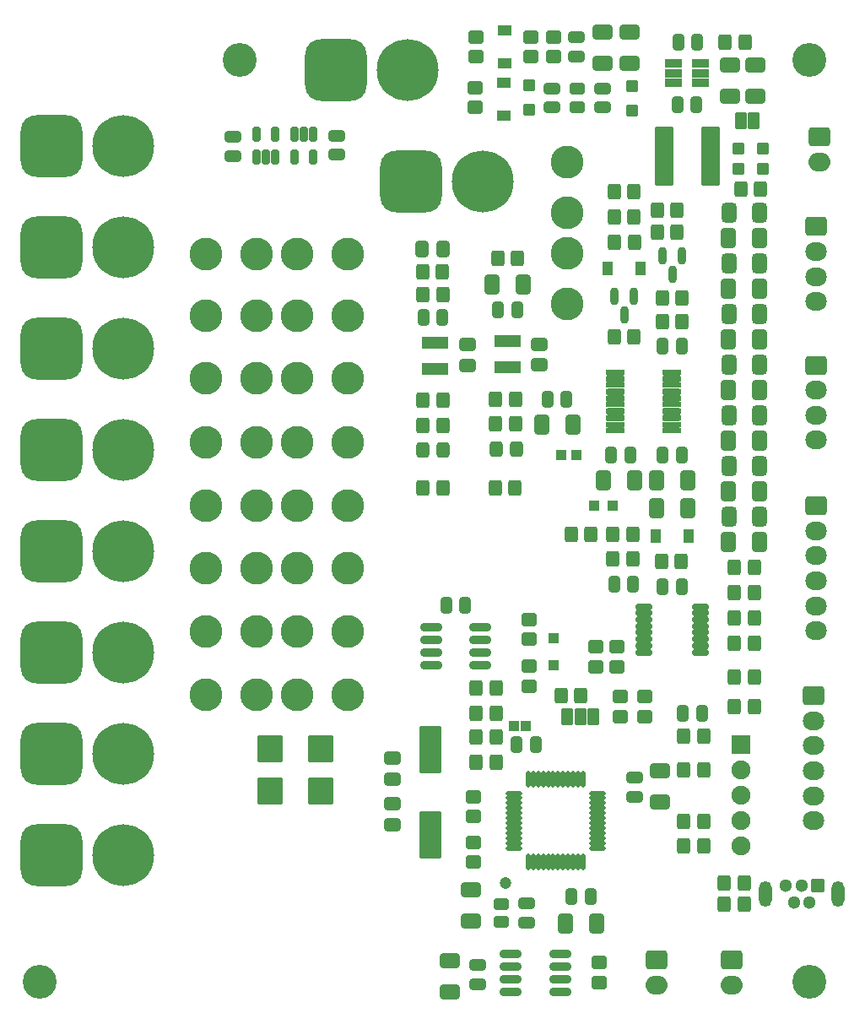
<source format=gts>
%TF.GenerationSoftware,KiCad,Pcbnew,6.0.11+dfsg-1*%
%TF.CreationDate,2025-03-20T10:49:09-04:00*%
%TF.ProjectId,battery-board,62617474-6572-4792-9d62-6f6172642e6b,rev?*%
%TF.SameCoordinates,Original*%
%TF.FileFunction,Soldermask,Top*%
%TF.FilePolarity,Negative*%
%FSLAX46Y46*%
G04 Gerber Fmt 4.6, Leading zero omitted, Abs format (unit mm)*
G04 Created by KiCad (PCBNEW 6.0.11+dfsg-1) date 2025-03-20 10:49:09*
%MOMM*%
%LPD*%
G01*
G04 APERTURE LIST*
G04 Aperture macros list*
%AMRoundRect*
0 Rectangle with rounded corners*
0 $1 Rounding radius*
0 $2 $3 $4 $5 $6 $7 $8 $9 X,Y pos of 4 corners*
0 Add a 4 corners polygon primitive as box body*
4,1,4,$2,$3,$4,$5,$6,$7,$8,$9,$2,$3,0*
0 Add four circle primitives for the rounded corners*
1,1,$1+$1,$2,$3*
1,1,$1+$1,$4,$5*
1,1,$1+$1,$6,$7*
1,1,$1+$1,$8,$9*
0 Add four rect primitives between the rounded corners*
20,1,$1+$1,$2,$3,$4,$5,0*
20,1,$1+$1,$4,$5,$6,$7,0*
20,1,$1+$1,$6,$7,$8,$9,0*
20,1,$1+$1,$8,$9,$2,$3,0*%
G04 Aperture macros list end*
%ADD10RoundRect,0.100000X-0.425000X-0.425000X0.425000X-0.425000X0.425000X0.425000X-0.425000X0.425000X0*%
%ADD11RoundRect,0.350000X0.350000X0.450000X-0.350000X0.450000X-0.350000X-0.450000X0.350000X-0.450000X0*%
%ADD12RoundRect,0.350000X-0.325000X-0.450000X0.325000X-0.450000X0.325000X0.450000X-0.325000X0.450000X0*%
%ADD13RoundRect,0.350000X0.650000X-0.412500X0.650000X0.412500X-0.650000X0.412500X-0.650000X-0.412500X0*%
%ADD14RoundRect,0.350000X-0.350000X-0.450000X0.350000X-0.450000X0.350000X0.450000X-0.350000X0.450000X0*%
%ADD15RoundRect,0.350000X0.250000X0.475000X-0.250000X0.475000X-0.250000X-0.475000X0.250000X-0.475000X0*%
%ADD16RoundRect,0.350000X-0.400000X-0.625000X0.400000X-0.625000X0.400000X0.625000X-0.400000X0.625000X0*%
%ADD17C,3.298800*%
%ADD18RoundRect,0.350000X-0.250000X-0.475000X0.250000X-0.475000X0.250000X0.475000X-0.250000X0.475000X0*%
%ADD19RoundRect,0.350000X0.475000X-0.250000X0.475000X0.250000X-0.475000X0.250000X-0.475000X-0.250000X0*%
%ADD20RoundRect,1.600000X-1.500000X-1.500000X1.500000X-1.500000X1.500000X1.500000X-1.500000X1.500000X0*%
%ADD21C,6.200000*%
%ADD22RoundRect,0.250000X-0.150000X0.587500X-0.150000X-0.587500X0.150000X-0.587500X0.150000X0.587500X0*%
%ADD23RoundRect,0.100000X-0.500000X0.500000X-0.500000X-0.500000X0.500000X-0.500000X0.500000X0.500000X0*%
%ADD24RoundRect,0.350000X-0.475000X0.250000X-0.475000X-0.250000X0.475000X-0.250000X0.475000X0.250000X0*%
%ADD25RoundRect,0.250000X-0.825000X-0.150000X0.825000X-0.150000X0.825000X0.150000X-0.825000X0.150000X0*%
%ADD26C,3.400000*%
%ADD27RoundRect,0.350000X0.412500X0.650000X-0.412500X0.650000X-0.412500X-0.650000X0.412500X-0.650000X0*%
%ADD28RoundRect,0.350000X0.450000X-0.350000X0.450000X0.350000X-0.450000X0.350000X-0.450000X-0.350000X0*%
%ADD29RoundRect,0.350000X-0.337500X-0.475000X0.337500X-0.475000X0.337500X0.475000X-0.337500X0.475000X0*%
%ADD30RoundRect,0.350000X-0.650000X0.412500X-0.650000X-0.412500X0.650000X-0.412500X0.650000X0.412500X0*%
%ADD31RoundRect,0.100000X0.500000X-0.500000X0.500000X0.500000X-0.500000X0.500000X-0.500000X-0.500000X0*%
%ADD32RoundRect,0.100000X-0.800000X-2.850000X0.800000X-2.850000X0.800000X2.850000X-0.800000X2.850000X0*%
%ADD33RoundRect,0.175000X-0.662500X-0.075000X0.662500X-0.075000X0.662500X0.075000X-0.662500X0.075000X0*%
%ADD34RoundRect,0.175000X-0.075000X-0.662500X0.075000X-0.662500X0.075000X0.662500X-0.075000X0.662500X0*%
%ADD35RoundRect,0.350000X-0.725000X0.600000X-0.725000X-0.600000X0.725000X-0.600000X0.725000X0.600000X0*%
%ADD36O,2.150000X1.900000*%
%ADD37RoundRect,0.100000X0.500000X0.500000X-0.500000X0.500000X-0.500000X-0.500000X0.500000X-0.500000X0*%
%ADD38C,1.200000*%
%ADD39RoundRect,0.250000X0.150000X-0.512500X0.150000X0.512500X-0.150000X0.512500X-0.150000X-0.512500X0*%
%ADD40RoundRect,0.350000X0.450000X-0.325000X0.450000X0.325000X-0.450000X0.325000X-0.450000X-0.325000X0*%
%ADD41RoundRect,0.350000X-0.750000X0.600000X-0.750000X-0.600000X0.750000X-0.600000X0.750000X0.600000X0*%
%ADD42O,2.200000X1.900000*%
%ADD43RoundRect,0.200000X-0.637500X-0.100000X0.637500X-0.100000X0.637500X0.100000X-0.637500X0.100000X0*%
%ADD44RoundRect,0.350000X-0.475000X0.337500X-0.475000X-0.337500X0.475000X-0.337500X0.475000X0.337500X0*%
%ADD45RoundRect,0.100000X0.600000X-0.450000X0.600000X0.450000X-0.600000X0.450000X-0.600000X-0.450000X0*%
%ADD46RoundRect,0.350000X-0.450000X0.262500X-0.450000X-0.262500X0.450000X-0.262500X0.450000X0.262500X0*%
%ADD47RoundRect,0.350000X-0.412500X-0.650000X0.412500X-0.650000X0.412500X0.650000X-0.412500X0.650000X0*%
%ADD48RoundRect,0.100000X0.224999X-0.525000X0.224999X0.525000X-0.224999X0.525000X-0.224999X-0.525000X0*%
%ADD49RoundRect,0.250000X-0.150000X0.512500X-0.150000X-0.512500X0.150000X-0.512500X0.150000X0.512500X0*%
%ADD50RoundRect,0.350000X-0.450000X0.350000X-0.450000X-0.350000X0.450000X-0.350000X0.450000X0.350000X0*%
%ADD51RoundRect,0.100000X0.780000X0.325000X-0.780000X0.325000X-0.780000X-0.325000X0.780000X-0.325000X0*%
%ADD52RoundRect,0.350000X0.450000X-0.262500X0.450000X0.262500X-0.450000X0.262500X-0.450000X-0.262500X0*%
%ADD53RoundRect,0.100000X0.550000X0.550000X-0.550000X0.550000X-0.550000X-0.550000X0.550000X-0.550000X0*%
%ADD54C,1.300000*%
%ADD55O,1.300000X2.600000*%
%ADD56RoundRect,0.100000X-0.850000X-0.850000X0.850000X-0.850000X0.850000X0.850000X-0.850000X0.850000X0*%
%ADD57O,1.900000X1.900000*%
%ADD58RoundRect,0.350000X0.475000X-0.337500X0.475000X0.337500X-0.475000X0.337500X-0.475000X-0.337500X0*%
%ADD59RoundRect,0.100000X-1.150000X1.250000X-1.150000X-1.250000X1.150000X-1.250000X1.150000X1.250000X0*%
%ADD60RoundRect,0.100000X-0.600000X0.450000X-0.600000X-0.450000X0.600000X-0.450000X0.600000X0.450000X0*%
%ADD61RoundRect,0.100000X0.450000X0.600000X-0.450000X0.600000X-0.450000X-0.600000X0.450000X-0.600000X0*%
%ADD62RoundRect,0.100000X0.425000X0.425000X-0.425000X0.425000X-0.425000X-0.425000X0.425000X-0.425000X0*%
%ADD63RoundRect,0.100000X-0.500000X-0.750000X0.500000X-0.750000X0.500000X0.750000X-0.500000X0.750000X0*%
%ADD64RoundRect,0.100000X-0.450000X-0.600000X0.450000X-0.600000X0.450000X0.600000X-0.450000X0.600000X0*%
%ADD65RoundRect,0.100000X-1.000000X2.250000X-1.000000X-2.250000X1.000000X-2.250000X1.000000X2.250000X0*%
%ADD66RoundRect,0.100000X0.838200X0.177800X-0.838200X0.177800X-0.838200X-0.177800X0.838200X-0.177800X0*%
G04 APERTURE END LIST*
D10*
%TO.C,TP3*%
X98552000Y-94742000D03*
%TD*%
D11*
%TO.C,C28*%
X90551000Y-120650000D03*
X88551000Y-120650000D03*
%TD*%
%TO.C,R32*%
X85149999Y-76376000D03*
X83149999Y-76376000D03*
%TD*%
D12*
%TO.C,D2*%
X90513999Y-94156000D03*
X92563999Y-94156000D03*
%TD*%
D13*
%TO.C,C12*%
X85852000Y-148628500D03*
X85852000Y-145503500D03*
%TD*%
D14*
%TO.C,R34*%
X90479872Y-89141000D03*
X92479872Y-89141000D03*
%TD*%
D15*
%TO.C,C49*%
X110714127Y-53395000D03*
X108814127Y-53395000D03*
%TD*%
D11*
%TO.C,R65*%
X115500000Y-53340000D03*
X113500000Y-53340000D03*
%TD*%
D16*
%TO.C,R49*%
X113884127Y-75555000D03*
X116984127Y-75555000D03*
%TD*%
%TO.C,R48*%
X113884127Y-80635000D03*
X116984127Y-80635000D03*
%TD*%
D17*
%TO.C,F7*%
X70523100Y-112458500D03*
X75603100Y-112458500D03*
X66459100Y-112458500D03*
X61379100Y-112458500D03*
%TD*%
D10*
%TO.C,TP7*%
X93472000Y-121920000D03*
%TD*%
D16*
%TO.C,R46*%
X113884127Y-90795000D03*
X116984127Y-90795000D03*
%TD*%
D18*
%TO.C,C13*%
X85521000Y-109875000D03*
X87421000Y-109875000D03*
%TD*%
D15*
%TO.C,C17*%
X104267000Y-107696000D03*
X102367000Y-107696000D03*
%TD*%
D17*
%TO.C,F5*%
X75603100Y-93472000D03*
X70523100Y-93472000D03*
X61379100Y-93472000D03*
X66459100Y-93472000D03*
%TD*%
D14*
%TO.C,R31*%
X83199871Y-89301000D03*
X85199871Y-89301000D03*
%TD*%
D18*
%TO.C,C18*%
X107254000Y-107950000D03*
X109154000Y-107950000D03*
%TD*%
D14*
%TO.C,R21*%
X114434127Y-106035000D03*
X116434127Y-106035000D03*
%TD*%
D11*
%TO.C,R9*%
X92684000Y-75086000D03*
X90684000Y-75086000D03*
%TD*%
D19*
%TO.C,C25*%
X64126127Y-64760000D03*
X64126127Y-62860000D03*
%TD*%
D20*
%TO.C,J18*%
X45930000Y-104394000D03*
D21*
X53130000Y-104394000D03*
%TD*%
D20*
%TO.C,J14*%
X45930000Y-94234000D03*
D21*
X53130000Y-94234000D03*
%TD*%
D22*
%TO.C,Q2*%
X104328000Y-78818500D03*
X102428000Y-78818500D03*
X103378000Y-80693500D03*
%TD*%
D23*
%TO.C,D29*%
X104159127Y-57760000D03*
X104159127Y-60260000D03*
%TD*%
D24*
%TO.C,C52*%
X96124127Y-58003748D03*
X96124127Y-59903748D03*
%TD*%
%TO.C,C15*%
X88644127Y-145917500D03*
X88644127Y-147817500D03*
%TD*%
D13*
%TO.C,C56*%
X116504127Y-58751000D03*
X116504127Y-55626000D03*
%TD*%
D11*
%TO.C,R29*%
X85199871Y-91841000D03*
X83199871Y-91841000D03*
%TD*%
D20*
%TO.C,J10*%
X82021191Y-67300000D03*
D21*
X89221191Y-67300000D03*
%TD*%
D25*
%TO.C,U2*%
X92004127Y-144770000D03*
X92004127Y-146040000D03*
X92004127Y-147310000D03*
X92004127Y-148580000D03*
X96954127Y-148580000D03*
X96954127Y-147310000D03*
X96954127Y-146040000D03*
X96954127Y-144770000D03*
%TD*%
D26*
%TO.C,H1*%
X64770000Y-55118000D03*
%TD*%
D10*
%TO.C,TP6*%
X100330000Y-99822000D03*
%TD*%
D27*
%TO.C,C42*%
X98209500Y-91694000D03*
X95084500Y-91694000D03*
%TD*%
D11*
%TO.C,R43*%
X109126000Y-105410000D03*
X107126000Y-105410000D03*
%TD*%
%TO.C,R40*%
X90551000Y-123063000D03*
X88551000Y-123063000D03*
%TD*%
D14*
%TO.C,R25*%
X114434127Y-117020000D03*
X116434127Y-117020000D03*
%TD*%
D28*
%TO.C,R13*%
X102616000Y-116000000D03*
X102616000Y-114000000D03*
%TD*%
D29*
%TO.C,C20*%
X83112499Y-74090000D03*
X85187499Y-74090000D03*
%TD*%
D17*
%TO.C,F6*%
X70523100Y-118808500D03*
X75603100Y-118808500D03*
X66459100Y-118808500D03*
X61379100Y-118808500D03*
%TD*%
D30*
%TO.C,C10*%
X88002127Y-138381500D03*
X88002127Y-141506500D03*
%TD*%
D10*
%TO.C,TP4*%
X97028000Y-94742000D03*
%TD*%
D11*
%TO.C,R17*%
X111354127Y-122936000D03*
X109354127Y-122936000D03*
%TD*%
D26*
%TO.C,H3*%
X121920000Y-55118000D03*
%TD*%
D17*
%TO.C,F9*%
X70523100Y-99822000D03*
X75603100Y-99822000D03*
X66459100Y-99822000D03*
X61379100Y-99822000D03*
%TD*%
D31*
%TO.C,D28*%
X93874627Y-60183748D03*
X93874627Y-57683748D03*
%TD*%
D11*
%TO.C,R37*%
X104378000Y-82931000D03*
X102378000Y-82931000D03*
%TD*%
D32*
%TO.C,L1*%
X107369127Y-64760000D03*
X112069127Y-64760000D03*
%TD*%
D33*
%TO.C,U1*%
X92348627Y-128685000D03*
X92348627Y-129185000D03*
X92348627Y-129685000D03*
X92348627Y-130185000D03*
X92348627Y-130685000D03*
X92348627Y-131185000D03*
X92348627Y-131685000D03*
X92348627Y-132185000D03*
X92348627Y-132685000D03*
X92348627Y-133185000D03*
X92348627Y-133685000D03*
X92348627Y-134185000D03*
D34*
X93761127Y-135597500D03*
X94261127Y-135597500D03*
X94761127Y-135597500D03*
X95261127Y-135597500D03*
X95761127Y-135597500D03*
X96261127Y-135597500D03*
X96761127Y-135597500D03*
X97261127Y-135597500D03*
X97761127Y-135597500D03*
X98261127Y-135597500D03*
X98761127Y-135597500D03*
X99261127Y-135597500D03*
D33*
X100673627Y-134185000D03*
X100673627Y-133685000D03*
X100673627Y-133185000D03*
X100673627Y-132685000D03*
X100673627Y-132185000D03*
X100673627Y-131685000D03*
X100673627Y-131185000D03*
X100673627Y-130685000D03*
X100673627Y-130185000D03*
X100673627Y-129685000D03*
X100673627Y-129185000D03*
X100673627Y-128685000D03*
D34*
X99261127Y-127272500D03*
X98761127Y-127272500D03*
X98261127Y-127272500D03*
X97761127Y-127272500D03*
X97261127Y-127272500D03*
X96761127Y-127272500D03*
X96261127Y-127272500D03*
X95761127Y-127272500D03*
X95261127Y-127272500D03*
X94761127Y-127272500D03*
X94261127Y-127272500D03*
X93761127Y-127272500D03*
%TD*%
D14*
%TO.C,R23*%
X114417063Y-111115000D03*
X116417063Y-111115000D03*
%TD*%
D35*
%TO.C,J4*%
X122629127Y-99885000D03*
D36*
X122629127Y-102385000D03*
X122629127Y-104885000D03*
X122629127Y-107385000D03*
X122629127Y-109885000D03*
X122629127Y-112385000D03*
%TD*%
D14*
%TO.C,R60*%
X102378000Y-70866000D03*
X104378000Y-70866000D03*
%TD*%
D20*
%TO.C,J17*%
X45930000Y-114554000D03*
D21*
X53130000Y-114554000D03*
%TD*%
D37*
%TO.C,D23*%
X117328000Y-66040000D03*
X114828000Y-66040000D03*
%TD*%
D38*
%TO.C,TP11*%
X91440000Y-137668000D03*
%TD*%
D16*
%TO.C,R44*%
X113884127Y-100955000D03*
X116984127Y-100955000D03*
%TD*%
D39*
%TO.C,U7*%
X66478127Y-64881500D03*
X67428127Y-64881500D03*
X68378127Y-64881500D03*
X68378127Y-62606500D03*
X66478127Y-62606500D03*
%TD*%
D10*
%TO.C,TP8*%
X92322000Y-121920000D03*
%TD*%
D18*
%TO.C,C4*%
X83265999Y-80948000D03*
X85165999Y-80948000D03*
%TD*%
D11*
%TO.C,R10*%
X109204000Y-78994000D03*
X107204000Y-78994000D03*
%TD*%
D40*
%TO.C,D4*%
X105410000Y-121025000D03*
X105410000Y-118975000D03*
%TD*%
D41*
%TO.C,J19*%
X106654127Y-145405000D03*
D42*
X106654127Y-147905000D03*
%TD*%
D26*
%TO.C,H2*%
X121920000Y-147574000D03*
%TD*%
D11*
%TO.C,R2*%
X99044000Y-118872000D03*
X97044000Y-118872000D03*
%TD*%
D13*
%TO.C,C48*%
X103884127Y-55492500D03*
X103884127Y-52367500D03*
%TD*%
D11*
%TO.C,R20*%
X115434127Y-139817000D03*
X113434127Y-139817000D03*
%TD*%
D27*
%TO.C,C29*%
X109766500Y-97282000D03*
X106641500Y-97282000D03*
%TD*%
D24*
%TO.C,C26*%
X74540127Y-62728000D03*
X74540127Y-64628000D03*
%TD*%
D11*
%TO.C,R42*%
X117078000Y-68072000D03*
X115078000Y-68072000D03*
%TD*%
D17*
%TO.C,F8*%
X70523100Y-106108500D03*
X75603100Y-106108500D03*
X66459100Y-106108500D03*
X61379100Y-106108500D03*
%TD*%
D35*
%TO.C,J6*%
X122666227Y-85775000D03*
D36*
X122666227Y-88275000D03*
X122666227Y-90775000D03*
X122666227Y-93275000D03*
%TD*%
D11*
%TO.C,R14*%
X111354127Y-133975000D03*
X109354127Y-133975000D03*
%TD*%
D43*
%TO.C,U4*%
X105341500Y-109993000D03*
X105341500Y-110643000D03*
X105341500Y-111293000D03*
X105341500Y-111943000D03*
X105341500Y-112593000D03*
X105341500Y-113243000D03*
X105341500Y-113893000D03*
X105341500Y-114543000D03*
X111066500Y-114543000D03*
X111066500Y-113893000D03*
X111066500Y-113243000D03*
X111066500Y-112593000D03*
X111066500Y-111943000D03*
X111066500Y-111293000D03*
X111066500Y-110643000D03*
X111066500Y-109993000D03*
%TD*%
D20*
%TO.C,J11*%
X45930000Y-63754000D03*
D21*
X53130000Y-63754000D03*
%TD*%
D44*
%TO.C,C22*%
X94869000Y-83664500D03*
X94869000Y-85739500D03*
%TD*%
D45*
%TO.C,D27*%
X91344627Y-60720000D03*
X91344627Y-57420000D03*
%TD*%
D15*
%TO.C,C6*%
X94500000Y-123825000D03*
X92600000Y-123825000D03*
%TD*%
D11*
%TO.C,R27*%
X104251000Y-105156000D03*
X102251000Y-105156000D03*
%TD*%
%TO.C,R28*%
X108696000Y-70231000D03*
X106696000Y-70231000D03*
%TD*%
D18*
%TO.C,C35*%
X107254000Y-94742000D03*
X109154000Y-94742000D03*
%TD*%
D27*
%TO.C,C31*%
X109766500Y-100076000D03*
X106641500Y-100076000D03*
%TD*%
D14*
%TO.C,R38*%
X107204000Y-81407000D03*
X109204000Y-81407000D03*
%TD*%
D16*
%TO.C,R50*%
X113884127Y-70475000D03*
X116984127Y-70475000D03*
%TD*%
D18*
%TO.C,C5*%
X98101127Y-139055000D03*
X100001127Y-139055000D03*
%TD*%
D46*
%TO.C,FB1*%
X98664127Y-58041248D03*
X98664127Y-59866248D03*
%TD*%
D11*
%TO.C,R59*%
X104378000Y-68326000D03*
X102378000Y-68326000D03*
%TD*%
D47*
%TO.C,C30*%
X113871627Y-103495000D03*
X116996627Y-103495000D03*
%TD*%
D28*
%TO.C,R51*%
X88504127Y-54848000D03*
X88504127Y-52848000D03*
%TD*%
D47*
%TO.C,C38*%
X113871627Y-73015000D03*
X116996627Y-73015000D03*
%TD*%
D22*
%TO.C,Q1*%
X109154000Y-74754500D03*
X107254000Y-74754500D03*
X108204000Y-76629500D03*
%TD*%
D28*
%TO.C,R12*%
X100500000Y-116000000D03*
X100500000Y-114000000D03*
%TD*%
D44*
%TO.C,C2*%
X80128127Y-129741000D03*
X80128127Y-131816000D03*
%TD*%
D20*
%TO.C,J12*%
X45930000Y-73914000D03*
D21*
X53130000Y-73914000D03*
%TD*%
D41*
%TO.C,J8*%
X122944127Y-62875000D03*
D42*
X122944127Y-65375000D03*
%TD*%
D14*
%TO.C,R22*%
X114434127Y-108575000D03*
X116434127Y-108575000D03*
%TD*%
D24*
%TO.C,C59*%
X93590127Y-139756000D03*
X93590127Y-141656000D03*
%TD*%
D47*
%TO.C,C41*%
X101307500Y-97282000D03*
X104432500Y-97282000D03*
%TD*%
D48*
%TO.C,U5*%
X83429000Y-86121000D03*
X84078998Y-86121000D03*
X84729000Y-86121000D03*
X85378998Y-86121000D03*
X85378998Y-83521000D03*
X84729000Y-83521000D03*
X84078998Y-83521000D03*
X83429000Y-83521000D03*
%TD*%
D49*
%TO.C,U8*%
X72188127Y-62606500D03*
X71238127Y-62606500D03*
X70288127Y-62606500D03*
X70288127Y-64881500D03*
X72188127Y-64881500D03*
%TD*%
D28*
%TO.C,C11*%
X88256127Y-135610000D03*
X88256127Y-133610000D03*
%TD*%
D37*
%TO.C,D24*%
X117328000Y-64008000D03*
X114828000Y-64008000D03*
%TD*%
D11*
%TO.C,R33*%
X92479872Y-91661000D03*
X90479872Y-91661000D03*
%TD*%
D19*
%TO.C,C7*%
X104394000Y-129032000D03*
X104394000Y-127132000D03*
%TD*%
D25*
%TO.C,U3*%
X83996000Y-112034000D03*
X83996000Y-113304000D03*
X83996000Y-114574000D03*
X83996000Y-115844000D03*
X88946000Y-115844000D03*
X88946000Y-114574000D03*
X88946000Y-113304000D03*
X88946000Y-112034000D03*
%TD*%
D50*
%TO.C,R52*%
X93980000Y-52848000D03*
X93980000Y-54848000D03*
%TD*%
D14*
%TO.C,R24*%
X114434127Y-113655000D03*
X116434127Y-113655000D03*
%TD*%
D51*
%TO.C,U10*%
X111034127Y-57420000D03*
X111034127Y-56470000D03*
X111034127Y-55520000D03*
X108334127Y-55520000D03*
X108334127Y-56470000D03*
X108334127Y-57420000D03*
%TD*%
D20*
%TO.C,J13*%
X45930000Y-84074000D03*
D21*
X53130000Y-84074000D03*
%TD*%
D47*
%TO.C,C36*%
X113811627Y-83175000D03*
X116936627Y-83175000D03*
%TD*%
D14*
%TO.C,R54*%
X102394000Y-73406000D03*
X104394000Y-73406000D03*
%TD*%
D27*
%TO.C,C23*%
X93246500Y-77646000D03*
X90121500Y-77646000D03*
%TD*%
D18*
%TO.C,C44*%
X95697000Y-89154000D03*
X97597000Y-89154000D03*
%TD*%
D12*
%TO.C,D1*%
X83174871Y-94234000D03*
X85224871Y-94234000D03*
%TD*%
D11*
%TO.C,R6*%
X104235000Y-102743000D03*
X102235000Y-102743000D03*
%TD*%
D52*
%TO.C,FB2*%
X91050127Y-141618500D03*
X91050127Y-139793500D03*
%TD*%
D17*
%TO.C,F1*%
X97654127Y-70512900D03*
X97654127Y-65432900D03*
X97654127Y-74576900D03*
X97654127Y-79656900D03*
%TD*%
%TO.C,F3*%
X70523100Y-80772000D03*
X75603100Y-80772000D03*
X66459100Y-80772000D03*
X61379100Y-80772000D03*
%TD*%
D15*
%TO.C,C40*%
X103986000Y-94742000D03*
X102086000Y-94742000D03*
%TD*%
D11*
%TO.C,R35*%
X108696000Y-72390000D03*
X106696000Y-72390000D03*
%TD*%
D15*
%TO.C,C14*%
X109154000Y-83820000D03*
X107254000Y-83820000D03*
%TD*%
D41*
%TO.C,J2*%
X114164127Y-145425000D03*
D42*
X114164127Y-147925000D03*
%TD*%
D30*
%TO.C,C9*%
X106934000Y-126415000D03*
X106934000Y-129540000D03*
%TD*%
D35*
%TO.C,J5*%
X122419127Y-118935000D03*
D36*
X122419127Y-121435000D03*
X122419127Y-123935000D03*
X122419127Y-126435000D03*
X122419127Y-128935000D03*
X122419127Y-131435000D03*
%TD*%
D24*
%TO.C,C16*%
X98552000Y-52898000D03*
X98552000Y-54798000D03*
%TD*%
D11*
%TO.C,R41*%
X90551000Y-118110000D03*
X88551000Y-118110000D03*
%TD*%
%TO.C,R5*%
X85201000Y-98044000D03*
X83201000Y-98044000D03*
%TD*%
D27*
%TO.C,C8*%
X100613627Y-141760000D03*
X97488627Y-141760000D03*
%TD*%
D53*
%TO.C,J3*%
X122800127Y-137912000D03*
D54*
X122000127Y-139662000D03*
X121200127Y-137912000D03*
X120400127Y-139662000D03*
X119600127Y-137912000D03*
D55*
X117550127Y-138787000D03*
X124850127Y-138787000D03*
%TD*%
D11*
%TO.C,R16*%
X111354127Y-126355000D03*
X109354127Y-126355000D03*
%TD*%
D47*
%TO.C,C37*%
X113871627Y-78095000D03*
X116996627Y-78095000D03*
%TD*%
D28*
%TO.C,R53*%
X96266000Y-54848000D03*
X96266000Y-52848000D03*
%TD*%
D56*
%TO.C,J1*%
X115062000Y-123820000D03*
D57*
X115062000Y-126360000D03*
X115062000Y-128900000D03*
X115062000Y-131440000D03*
X115062000Y-133980000D03*
%TD*%
D20*
%TO.C,J9*%
X74484127Y-56200000D03*
D21*
X81684127Y-56200000D03*
%TD*%
D11*
%TO.C,R15*%
X111354127Y-131500000D03*
X109354127Y-131500000D03*
%TD*%
D16*
%TO.C,R45*%
X113884127Y-95875000D03*
X116984127Y-95875000D03*
%TD*%
D50*
%TO.C,R3*%
X93853000Y-111268000D03*
X93853000Y-113268000D03*
%TD*%
%TO.C,R18*%
X100839127Y-145675000D03*
X100839127Y-147675000D03*
%TD*%
D18*
%TO.C,C21*%
X90734000Y-80186000D03*
X92634000Y-80186000D03*
%TD*%
D58*
%TO.C,C3*%
X80128127Y-127265500D03*
X80128127Y-125190500D03*
%TD*%
D24*
%TO.C,C53*%
X101204127Y-58003748D03*
X101204127Y-59903748D03*
%TD*%
D11*
%TO.C,C27*%
X90551000Y-125593000D03*
X88551000Y-125593000D03*
%TD*%
D59*
%TO.C,D19*%
X72898000Y-124206000D03*
X72898000Y-128506000D03*
%TD*%
D60*
%TO.C,D21*%
X91386000Y-52148000D03*
X91386000Y-55448000D03*
%TD*%
D61*
%TO.C,D25*%
X109854000Y-102870000D03*
X106554000Y-102870000D03*
%TD*%
D17*
%TO.C,F2*%
X75603100Y-74612500D03*
X70523100Y-74612500D03*
X61379100Y-74612500D03*
X66459100Y-74612500D03*
%TD*%
D62*
%TO.C,TP1*%
X96266000Y-113157000D03*
%TD*%
D63*
%TO.C,JP5*%
X115062000Y-61214000D03*
X116362000Y-61214000D03*
%TD*%
D47*
%TO.C,C32*%
X113811627Y-98415000D03*
X116936627Y-98415000D03*
%TD*%
D15*
%TO.C,C54*%
X110634127Y-59622500D03*
X108734127Y-59622500D03*
%TD*%
D64*
%TO.C,D35*%
X101744000Y-76046000D03*
X105044000Y-76046000D03*
%TD*%
D16*
%TO.C,R47*%
X113884127Y-85715000D03*
X116984127Y-85715000D03*
%TD*%
D59*
%TO.C,D20*%
X67818000Y-124206000D03*
X67818000Y-128506000D03*
%TD*%
D11*
%TO.C,R11*%
X92424000Y-98044000D03*
X90424000Y-98044000D03*
%TD*%
D20*
%TO.C,J16*%
X45930000Y-124714000D03*
D21*
X53130000Y-124714000D03*
%TD*%
D10*
%TO.C,TP2*%
X102235000Y-99822000D03*
%TD*%
D11*
%TO.C,R8*%
X85215999Y-78662000D03*
X83215999Y-78662000D03*
%TD*%
D50*
%TO.C,R57*%
X88256127Y-129038000D03*
X88256127Y-131038000D03*
%TD*%
D62*
%TO.C,TP5*%
X96266000Y-115824000D03*
%TD*%
D40*
%TO.C,D3*%
X103000000Y-121025000D03*
X103000000Y-118975000D03*
%TD*%
D14*
%TO.C,R7*%
X98060000Y-102743000D03*
X100060000Y-102743000D03*
%TD*%
D35*
%TO.C,J7*%
X122666227Y-71865000D03*
D36*
X122666227Y-74365000D03*
X122666227Y-76865000D03*
X122666227Y-79365000D03*
%TD*%
D28*
%TO.C,R1*%
X88392000Y-59928000D03*
X88392000Y-57928000D03*
%TD*%
D15*
%TO.C,C1*%
X111186000Y-120650000D03*
X109286000Y-120650000D03*
%TD*%
D20*
%TO.C,J15*%
X45930000Y-134874000D03*
D21*
X53130000Y-134874000D03*
%TD*%
D47*
%TO.C,C34*%
X113871627Y-88255000D03*
X116996627Y-88255000D03*
%TD*%
D13*
%TO.C,C57*%
X113964127Y-58751000D03*
X113964127Y-55626000D03*
%TD*%
D11*
%TO.C,R19*%
X115434127Y-137658000D03*
X113434127Y-137658000D03*
%TD*%
D17*
%TO.C,F4*%
X75603100Y-87058500D03*
X70523100Y-87058500D03*
X61379100Y-87058500D03*
X66459100Y-87058500D03*
%TD*%
D47*
%TO.C,C33*%
X113871627Y-93335000D03*
X116996627Y-93335000D03*
%TD*%
D13*
%TO.C,C47*%
X101219000Y-55492500D03*
X101219000Y-52367500D03*
%TD*%
D48*
%TO.C,U6*%
X90709001Y-85961000D03*
X91358999Y-85961000D03*
X92009001Y-85961000D03*
X92658999Y-85961000D03*
X92658999Y-83361000D03*
X92009001Y-83361000D03*
X91358999Y-83361000D03*
X90709001Y-83361000D03*
%TD*%
D65*
%TO.C,Y1*%
X83938127Y-124332000D03*
X83938127Y-132832000D03*
%TD*%
D14*
%TO.C,R26*%
X114434127Y-120005000D03*
X116434127Y-120005000D03*
%TD*%
D26*
%TO.C,H4*%
X44704000Y-147574000D03*
%TD*%
D44*
%TO.C,C19*%
X87630000Y-83702000D03*
X87630000Y-85777000D03*
%TD*%
D66*
%TO.C,U9*%
X108141400Y-92333000D03*
X108141400Y-91682999D03*
X108141400Y-91033001D03*
X108141400Y-90382999D03*
X108141400Y-89733001D03*
X108141400Y-89083002D03*
X108141400Y-88433001D03*
X108141400Y-87783002D03*
X108141400Y-87133001D03*
X108141400Y-86483002D03*
X102502600Y-86483000D03*
X102502600Y-87132998D03*
X102502600Y-87782999D03*
X102502600Y-88432998D03*
X102502600Y-89082999D03*
X102502600Y-89732998D03*
X102502600Y-90382999D03*
X102502600Y-91032998D03*
X102502600Y-91682999D03*
X102502600Y-92332998D03*
%TD*%
D63*
%TO.C,JP1*%
X97700000Y-121000000D03*
X99000000Y-121000000D03*
X100300000Y-121000000D03*
%TD*%
D28*
%TO.C,R4*%
X93853000Y-117967000D03*
X93853000Y-115967000D03*
%TD*%
G36*
X111781334Y-114176598D02*
G01*
X111781724Y-114178560D01*
X111781493Y-114179028D01*
X111761688Y-114208667D01*
X111768874Y-114244794D01*
X111780627Y-114256547D01*
X111781145Y-114258479D01*
X111779731Y-114259893D01*
X111778823Y-114259923D01*
X111703801Y-114245000D01*
X110429199Y-114245000D01*
X110353560Y-114260045D01*
X110351666Y-114259402D01*
X110351276Y-114257440D01*
X110351507Y-114256972D01*
X110371312Y-114227333D01*
X110364126Y-114191206D01*
X110352373Y-114179453D01*
X110351855Y-114177521D01*
X110353269Y-114176107D01*
X110354177Y-114176077D01*
X110429199Y-114191000D01*
X111703801Y-114191000D01*
X111779440Y-114175955D01*
X111781334Y-114176598D01*
G37*
G36*
X106056334Y-114176598D02*
G01*
X106056724Y-114178560D01*
X106056493Y-114179028D01*
X106036688Y-114208667D01*
X106043874Y-114244794D01*
X106055627Y-114256547D01*
X106056145Y-114258479D01*
X106054731Y-114259893D01*
X106053823Y-114259923D01*
X105978801Y-114245000D01*
X104704199Y-114245000D01*
X104628560Y-114260045D01*
X104626666Y-114259402D01*
X104626276Y-114257440D01*
X104626507Y-114256972D01*
X104646312Y-114227333D01*
X104639126Y-114191206D01*
X104627373Y-114179453D01*
X104626855Y-114177521D01*
X104628269Y-114176107D01*
X104629177Y-114176077D01*
X104704199Y-114191000D01*
X105978801Y-114191000D01*
X106054440Y-114175955D01*
X106056334Y-114176598D01*
G37*
G36*
X111781334Y-113526598D02*
G01*
X111781724Y-113528560D01*
X111781493Y-113529028D01*
X111761688Y-113558667D01*
X111768874Y-113594794D01*
X111780627Y-113606547D01*
X111781145Y-113608479D01*
X111779731Y-113609893D01*
X111778823Y-113609923D01*
X111703801Y-113595000D01*
X110429199Y-113595000D01*
X110353560Y-113610045D01*
X110351666Y-113609402D01*
X110351276Y-113607440D01*
X110351507Y-113606972D01*
X110371312Y-113577333D01*
X110364126Y-113541206D01*
X110352373Y-113529453D01*
X110351855Y-113527521D01*
X110353269Y-113526107D01*
X110354177Y-113526077D01*
X110429199Y-113541000D01*
X111703801Y-113541000D01*
X111779440Y-113525955D01*
X111781334Y-113526598D01*
G37*
G36*
X106056334Y-113526598D02*
G01*
X106056724Y-113528560D01*
X106056493Y-113529028D01*
X106036688Y-113558667D01*
X106043874Y-113594794D01*
X106055627Y-113606547D01*
X106056145Y-113608479D01*
X106054731Y-113609893D01*
X106053823Y-113609923D01*
X105978801Y-113595000D01*
X104704199Y-113595000D01*
X104628560Y-113610045D01*
X104626666Y-113609402D01*
X104626276Y-113607440D01*
X104626507Y-113606972D01*
X104646312Y-113577333D01*
X104639126Y-113541206D01*
X104627373Y-113529453D01*
X104626855Y-113527521D01*
X104628269Y-113526107D01*
X104629177Y-113526077D01*
X104704199Y-113541000D01*
X105978801Y-113541000D01*
X106054440Y-113525955D01*
X106056334Y-113526598D01*
G37*
G36*
X111781334Y-112876598D02*
G01*
X111781724Y-112878560D01*
X111781493Y-112879028D01*
X111761688Y-112908667D01*
X111768874Y-112944794D01*
X111780627Y-112956547D01*
X111781145Y-112958479D01*
X111779731Y-112959893D01*
X111778823Y-112959923D01*
X111703801Y-112945000D01*
X110429199Y-112945000D01*
X110353560Y-112960045D01*
X110351666Y-112959402D01*
X110351276Y-112957440D01*
X110351507Y-112956972D01*
X110371312Y-112927333D01*
X110364126Y-112891206D01*
X110352373Y-112879453D01*
X110351855Y-112877521D01*
X110353269Y-112876107D01*
X110354177Y-112876077D01*
X110429199Y-112891000D01*
X111703801Y-112891000D01*
X111779440Y-112875955D01*
X111781334Y-112876598D01*
G37*
G36*
X106056334Y-112876598D02*
G01*
X106056724Y-112878560D01*
X106056493Y-112879028D01*
X106036688Y-112908667D01*
X106043874Y-112944794D01*
X106055627Y-112956547D01*
X106056145Y-112958479D01*
X106054731Y-112959893D01*
X106053823Y-112959923D01*
X105978801Y-112945000D01*
X104704199Y-112945000D01*
X104628560Y-112960045D01*
X104626666Y-112959402D01*
X104626276Y-112957440D01*
X104626507Y-112956972D01*
X104646312Y-112927333D01*
X104639126Y-112891206D01*
X104627373Y-112879453D01*
X104626855Y-112877521D01*
X104628269Y-112876107D01*
X104629177Y-112876077D01*
X104704199Y-112891000D01*
X105978801Y-112891000D01*
X106054440Y-112875955D01*
X106056334Y-112876598D01*
G37*
G36*
X111781334Y-112226598D02*
G01*
X111781724Y-112228560D01*
X111781493Y-112229028D01*
X111761688Y-112258667D01*
X111768874Y-112294794D01*
X111780627Y-112306547D01*
X111781145Y-112308479D01*
X111779731Y-112309893D01*
X111778823Y-112309923D01*
X111703801Y-112295000D01*
X110429199Y-112295000D01*
X110353560Y-112310045D01*
X110351666Y-112309402D01*
X110351276Y-112307440D01*
X110351507Y-112306972D01*
X110371312Y-112277333D01*
X110364126Y-112241206D01*
X110352373Y-112229453D01*
X110351855Y-112227521D01*
X110353269Y-112226107D01*
X110354177Y-112226077D01*
X110429199Y-112241000D01*
X111703801Y-112241000D01*
X111779440Y-112225955D01*
X111781334Y-112226598D01*
G37*
G36*
X106056334Y-112226598D02*
G01*
X106056724Y-112228560D01*
X106056493Y-112229028D01*
X106036688Y-112258667D01*
X106043874Y-112294794D01*
X106055627Y-112306547D01*
X106056145Y-112308479D01*
X106054731Y-112309893D01*
X106053823Y-112309923D01*
X105978801Y-112295000D01*
X104704199Y-112295000D01*
X104628560Y-112310045D01*
X104626666Y-112309402D01*
X104626276Y-112307440D01*
X104626507Y-112306972D01*
X104646312Y-112277333D01*
X104639126Y-112241206D01*
X104627373Y-112229453D01*
X104626855Y-112227521D01*
X104628269Y-112226107D01*
X104629177Y-112226077D01*
X104704199Y-112241000D01*
X105978801Y-112241000D01*
X106054440Y-112225955D01*
X106056334Y-112226598D01*
G37*
G36*
X106056334Y-111576598D02*
G01*
X106056724Y-111578560D01*
X106056493Y-111579028D01*
X106036688Y-111608667D01*
X106043874Y-111644794D01*
X106055627Y-111656547D01*
X106056145Y-111658479D01*
X106054731Y-111659893D01*
X106053823Y-111659923D01*
X105978801Y-111645000D01*
X104704199Y-111645000D01*
X104628560Y-111660045D01*
X104626666Y-111659402D01*
X104626276Y-111657440D01*
X104626507Y-111656972D01*
X104646312Y-111627333D01*
X104639126Y-111591206D01*
X104627373Y-111579453D01*
X104626855Y-111577521D01*
X104628269Y-111576107D01*
X104629177Y-111576077D01*
X104704199Y-111591000D01*
X105978801Y-111591000D01*
X106054440Y-111575955D01*
X106056334Y-111576598D01*
G37*
G36*
X111781334Y-111576598D02*
G01*
X111781724Y-111578560D01*
X111781493Y-111579028D01*
X111761688Y-111608667D01*
X111768874Y-111644794D01*
X111780627Y-111656547D01*
X111781145Y-111658479D01*
X111779731Y-111659893D01*
X111778823Y-111659923D01*
X111703801Y-111645000D01*
X110429199Y-111645000D01*
X110353560Y-111660045D01*
X110351666Y-111659402D01*
X110351276Y-111657440D01*
X110351507Y-111656972D01*
X110371312Y-111627333D01*
X110364126Y-111591206D01*
X110352373Y-111579453D01*
X110351855Y-111577521D01*
X110353269Y-111576107D01*
X110354177Y-111576077D01*
X110429199Y-111591000D01*
X111703801Y-111591000D01*
X111779440Y-111575955D01*
X111781334Y-111576598D01*
G37*
G36*
X111781334Y-110926598D02*
G01*
X111781724Y-110928560D01*
X111781493Y-110929028D01*
X111761688Y-110958667D01*
X111768874Y-110994794D01*
X111780627Y-111006547D01*
X111781145Y-111008479D01*
X111779731Y-111009893D01*
X111778823Y-111009923D01*
X111703801Y-110995000D01*
X110429199Y-110995000D01*
X110353560Y-111010045D01*
X110351666Y-111009402D01*
X110351276Y-111007440D01*
X110351507Y-111006972D01*
X110371312Y-110977333D01*
X110364126Y-110941206D01*
X110352373Y-110929453D01*
X110351855Y-110927521D01*
X110353269Y-110926107D01*
X110354177Y-110926077D01*
X110429199Y-110941000D01*
X111703801Y-110941000D01*
X111779440Y-110925955D01*
X111781334Y-110926598D01*
G37*
G36*
X106056334Y-110926598D02*
G01*
X106056724Y-110928560D01*
X106056493Y-110929028D01*
X106036688Y-110958667D01*
X106043874Y-110994794D01*
X106055627Y-111006547D01*
X106056145Y-111008479D01*
X106054731Y-111009893D01*
X106053823Y-111009923D01*
X105978801Y-110995000D01*
X104704199Y-110995000D01*
X104628560Y-111010045D01*
X104626666Y-111009402D01*
X104626276Y-111007440D01*
X104626507Y-111006972D01*
X104646312Y-110977333D01*
X104639126Y-110941206D01*
X104627373Y-110929453D01*
X104626855Y-110927521D01*
X104628269Y-110926107D01*
X104629177Y-110926077D01*
X104704199Y-110941000D01*
X105978801Y-110941000D01*
X106054440Y-110925955D01*
X106056334Y-110926598D01*
G37*
G36*
X106056334Y-110276598D02*
G01*
X106056724Y-110278560D01*
X106056493Y-110279028D01*
X106036688Y-110308667D01*
X106043874Y-110344794D01*
X106055627Y-110356547D01*
X106056145Y-110358479D01*
X106054731Y-110359893D01*
X106053823Y-110359923D01*
X105978801Y-110345000D01*
X104704199Y-110345000D01*
X104628560Y-110360045D01*
X104626666Y-110359402D01*
X104626276Y-110357440D01*
X104626507Y-110356972D01*
X104646312Y-110327333D01*
X104639126Y-110291206D01*
X104627373Y-110279453D01*
X104626855Y-110277521D01*
X104628269Y-110276107D01*
X104629177Y-110276077D01*
X104704199Y-110291000D01*
X105978801Y-110291000D01*
X106054440Y-110275955D01*
X106056334Y-110276598D01*
G37*
G36*
X111781334Y-110276598D02*
G01*
X111781724Y-110278560D01*
X111781493Y-110279028D01*
X111761688Y-110308667D01*
X111768874Y-110344794D01*
X111780627Y-110356547D01*
X111781145Y-110358479D01*
X111779731Y-110359893D01*
X111778823Y-110359923D01*
X111703801Y-110345000D01*
X110429199Y-110345000D01*
X110353560Y-110360045D01*
X110351666Y-110359402D01*
X110351276Y-110357440D01*
X110351507Y-110356972D01*
X110371312Y-110327333D01*
X110364126Y-110291206D01*
X110352373Y-110279453D01*
X110351855Y-110277521D01*
X110353269Y-110276107D01*
X110354177Y-110276077D01*
X110429199Y-110291000D01*
X111703801Y-110291000D01*
X111779440Y-110275955D01*
X111781334Y-110276598D01*
G37*
G36*
X108983330Y-91959037D02*
G01*
X108983720Y-91960999D01*
X108982937Y-91962019D01*
X108953895Y-91981422D01*
X108946752Y-92017330D01*
X108967214Y-92047955D01*
X108980243Y-92053352D01*
X108981461Y-92054939D01*
X108980696Y-92056787D01*
X108979478Y-92057200D01*
X107303399Y-92057200D01*
X107301364Y-92057605D01*
X107299470Y-92056962D01*
X107299080Y-92055000D01*
X107299863Y-92053980D01*
X107328905Y-92034577D01*
X107336048Y-91998669D01*
X107315586Y-91968044D01*
X107302557Y-91962647D01*
X107301339Y-91961060D01*
X107302104Y-91959212D01*
X107303322Y-91958799D01*
X108979401Y-91958799D01*
X108981436Y-91958394D01*
X108983330Y-91959037D01*
G37*
G36*
X103344535Y-91959036D02*
G01*
X103344925Y-91960998D01*
X103344142Y-91962018D01*
X103315100Y-91981421D01*
X103307957Y-92017329D01*
X103328419Y-92047954D01*
X103341446Y-92053350D01*
X103342664Y-92054937D01*
X103341899Y-92056785D01*
X103340681Y-92057198D01*
X101664599Y-92057198D01*
X101662559Y-92057604D01*
X101660665Y-92056961D01*
X101660275Y-92054999D01*
X101661058Y-92053979D01*
X101690100Y-92034576D01*
X101697243Y-91998668D01*
X101676781Y-91968043D01*
X101663754Y-91962647D01*
X101662536Y-91961060D01*
X101663301Y-91959212D01*
X101664519Y-91958799D01*
X103340601Y-91958799D01*
X103342641Y-91958393D01*
X103344535Y-91959036D01*
G37*
G36*
X108983336Y-91309038D02*
G01*
X108983726Y-91311000D01*
X108982943Y-91312020D01*
X108953902Y-91331424D01*
X108946759Y-91367332D01*
X108967222Y-91397956D01*
X108980245Y-91403351D01*
X108981463Y-91404938D01*
X108980697Y-91406786D01*
X108979480Y-91407199D01*
X107303399Y-91407199D01*
X107301358Y-91407605D01*
X107299464Y-91406962D01*
X107299074Y-91405000D01*
X107299857Y-91403980D01*
X107328898Y-91384576D01*
X107336041Y-91348668D01*
X107315578Y-91318044D01*
X107302555Y-91312649D01*
X107301337Y-91311062D01*
X107302103Y-91309214D01*
X107303320Y-91308801D01*
X108979401Y-91308801D01*
X108981442Y-91308395D01*
X108983336Y-91309038D01*
G37*
G36*
X103344530Y-91309036D02*
G01*
X103344920Y-91310998D01*
X103344137Y-91312018D01*
X103315095Y-91331421D01*
X103307952Y-91367329D01*
X103328414Y-91397954D01*
X103341443Y-91403351D01*
X103342661Y-91404938D01*
X103341896Y-91406786D01*
X103340678Y-91407199D01*
X101664599Y-91407199D01*
X101662564Y-91407604D01*
X101660670Y-91406961D01*
X101660280Y-91404999D01*
X101661063Y-91403979D01*
X101690105Y-91384576D01*
X101697248Y-91348668D01*
X101676786Y-91318043D01*
X101663757Y-91312646D01*
X101662539Y-91311059D01*
X101663304Y-91309211D01*
X101664522Y-91308798D01*
X103340601Y-91308798D01*
X103342636Y-91308393D01*
X103344530Y-91309036D01*
G37*
G36*
X108983326Y-90659038D02*
G01*
X108983716Y-90661000D01*
X108982933Y-90662020D01*
X108953892Y-90681424D01*
X108946749Y-90717332D01*
X108967212Y-90747956D01*
X108980240Y-90753353D01*
X108981458Y-90754940D01*
X108980692Y-90756788D01*
X108979475Y-90757201D01*
X107303399Y-90757201D01*
X107301368Y-90757605D01*
X107299474Y-90756962D01*
X107299084Y-90755000D01*
X107299867Y-90753980D01*
X107328908Y-90734576D01*
X107336051Y-90698668D01*
X107315588Y-90668044D01*
X107302560Y-90662647D01*
X107301342Y-90661060D01*
X107302108Y-90659212D01*
X107303325Y-90658799D01*
X108979401Y-90658799D01*
X108981432Y-90658395D01*
X108983326Y-90659038D01*
G37*
G36*
X103344535Y-90659036D02*
G01*
X103344925Y-90660998D01*
X103344142Y-90662018D01*
X103315100Y-90681421D01*
X103307957Y-90717329D01*
X103328419Y-90747954D01*
X103341446Y-90753350D01*
X103342664Y-90754937D01*
X103341899Y-90756785D01*
X103340681Y-90757198D01*
X101664599Y-90757198D01*
X101662559Y-90757604D01*
X101660665Y-90756961D01*
X101660275Y-90754999D01*
X101661058Y-90753979D01*
X101690100Y-90734576D01*
X101697243Y-90698668D01*
X101676781Y-90668043D01*
X101663754Y-90662647D01*
X101662536Y-90661060D01*
X101663301Y-90659212D01*
X101664519Y-90658799D01*
X103340601Y-90658799D01*
X103342641Y-90658393D01*
X103344535Y-90659036D01*
G37*
G36*
X108983336Y-90009038D02*
G01*
X108983726Y-90011000D01*
X108982943Y-90012020D01*
X108953902Y-90031424D01*
X108946759Y-90067332D01*
X108967222Y-90097956D01*
X108980245Y-90103351D01*
X108981463Y-90104938D01*
X108980697Y-90106786D01*
X108979480Y-90107199D01*
X107303399Y-90107199D01*
X107301358Y-90107605D01*
X107299464Y-90106962D01*
X107299074Y-90105000D01*
X107299857Y-90103980D01*
X107328898Y-90084576D01*
X107336041Y-90048668D01*
X107315578Y-90018044D01*
X107302555Y-90012649D01*
X107301337Y-90011062D01*
X107302103Y-90009214D01*
X107303320Y-90008801D01*
X108979401Y-90008801D01*
X108981442Y-90008395D01*
X108983336Y-90009038D01*
G37*
G36*
X103344530Y-90009036D02*
G01*
X103344920Y-90010998D01*
X103344137Y-90012018D01*
X103315095Y-90031421D01*
X103307952Y-90067329D01*
X103328414Y-90097954D01*
X103341443Y-90103351D01*
X103342661Y-90104938D01*
X103341896Y-90106786D01*
X103340678Y-90107199D01*
X101664599Y-90107199D01*
X101662564Y-90107604D01*
X101660670Y-90106961D01*
X101660280Y-90104999D01*
X101661063Y-90103979D01*
X101690105Y-90084576D01*
X101697248Y-90048668D01*
X101676786Y-90018043D01*
X101663757Y-90012646D01*
X101662539Y-90011059D01*
X101663304Y-90009211D01*
X101664522Y-90008798D01*
X103340601Y-90008798D01*
X103342636Y-90008393D01*
X103344530Y-90009036D01*
G37*
G36*
X108983335Y-89359039D02*
G01*
X108983725Y-89361001D01*
X108982942Y-89362021D01*
X108953900Y-89381424D01*
X108946757Y-89417332D01*
X108967219Y-89447957D01*
X108980246Y-89453353D01*
X108981464Y-89454940D01*
X108980699Y-89456788D01*
X108979481Y-89457201D01*
X107303399Y-89457201D01*
X107301359Y-89457607D01*
X107299465Y-89456964D01*
X107299075Y-89455002D01*
X107299858Y-89453982D01*
X107328900Y-89434579D01*
X107336043Y-89398671D01*
X107315581Y-89368046D01*
X107302554Y-89362650D01*
X107301336Y-89361063D01*
X107302101Y-89359215D01*
X107303319Y-89358802D01*
X108979401Y-89358802D01*
X108981441Y-89358396D01*
X108983335Y-89359039D01*
G37*
G36*
X103344535Y-89359036D02*
G01*
X103344925Y-89360998D01*
X103344142Y-89362018D01*
X103315100Y-89381421D01*
X103307957Y-89417329D01*
X103328419Y-89447954D01*
X103341446Y-89453350D01*
X103342664Y-89454937D01*
X103341899Y-89456785D01*
X103340681Y-89457198D01*
X101664599Y-89457198D01*
X101662559Y-89457604D01*
X101660665Y-89456961D01*
X101660275Y-89454999D01*
X101661058Y-89453979D01*
X101690100Y-89434576D01*
X101697243Y-89398668D01*
X101676781Y-89368043D01*
X101663754Y-89362647D01*
X101662536Y-89361060D01*
X101663301Y-89359212D01*
X101664519Y-89358799D01*
X103340601Y-89358799D01*
X103342641Y-89358393D01*
X103344535Y-89359036D01*
G37*
G36*
X108983330Y-88709039D02*
G01*
X108983720Y-88711001D01*
X108982937Y-88712021D01*
X108953895Y-88731424D01*
X108946752Y-88767332D01*
X108967214Y-88797957D01*
X108980243Y-88803354D01*
X108981461Y-88804941D01*
X108980696Y-88806789D01*
X108979478Y-88807202D01*
X107303399Y-88807202D01*
X107301364Y-88807607D01*
X107299470Y-88806964D01*
X107299080Y-88805002D01*
X107299863Y-88803982D01*
X107328905Y-88784579D01*
X107336048Y-88748671D01*
X107315586Y-88718046D01*
X107302557Y-88712649D01*
X107301339Y-88711062D01*
X107302104Y-88709214D01*
X107303322Y-88708801D01*
X108979401Y-88708801D01*
X108981436Y-88708396D01*
X108983330Y-88709039D01*
G37*
G36*
X103344530Y-88709036D02*
G01*
X103344920Y-88710998D01*
X103344137Y-88712018D01*
X103315095Y-88731421D01*
X103307952Y-88767329D01*
X103328414Y-88797954D01*
X103341443Y-88803351D01*
X103342661Y-88804938D01*
X103341896Y-88806786D01*
X103340678Y-88807199D01*
X101664599Y-88807199D01*
X101662564Y-88807604D01*
X101660670Y-88806961D01*
X101660280Y-88804999D01*
X101661063Y-88803979D01*
X101690105Y-88784576D01*
X101697248Y-88748668D01*
X101676786Y-88718043D01*
X101663757Y-88712646D01*
X101662539Y-88711059D01*
X101663304Y-88709211D01*
X101664522Y-88708798D01*
X103340601Y-88708798D01*
X103342636Y-88708393D01*
X103344530Y-88709036D01*
G37*
G36*
X108983335Y-88059039D02*
G01*
X108983725Y-88061001D01*
X108982942Y-88062021D01*
X108953900Y-88081424D01*
X108946757Y-88117332D01*
X108967219Y-88147957D01*
X108980246Y-88153353D01*
X108981464Y-88154940D01*
X108980699Y-88156788D01*
X108979481Y-88157201D01*
X107303399Y-88157201D01*
X107301359Y-88157607D01*
X107299465Y-88156964D01*
X107299075Y-88155002D01*
X107299858Y-88153982D01*
X107328900Y-88134579D01*
X107336043Y-88098671D01*
X107315581Y-88068046D01*
X107302554Y-88062650D01*
X107301336Y-88061063D01*
X107302101Y-88059215D01*
X107303319Y-88058802D01*
X108979401Y-88058802D01*
X108981441Y-88058396D01*
X108983335Y-88059039D01*
G37*
G36*
X103344535Y-88059036D02*
G01*
X103344925Y-88060998D01*
X103344142Y-88062018D01*
X103315100Y-88081421D01*
X103307957Y-88117329D01*
X103328419Y-88147954D01*
X103341446Y-88153350D01*
X103342664Y-88154937D01*
X103341899Y-88156785D01*
X103340681Y-88157198D01*
X101664599Y-88157198D01*
X101662559Y-88157604D01*
X101660665Y-88156961D01*
X101660275Y-88154999D01*
X101661058Y-88153979D01*
X101690100Y-88134576D01*
X101697243Y-88098668D01*
X101676781Y-88068043D01*
X101663754Y-88062647D01*
X101662536Y-88061060D01*
X101663301Y-88059212D01*
X101664519Y-88058799D01*
X103340601Y-88058799D01*
X103342641Y-88058393D01*
X103344535Y-88059036D01*
G37*
G36*
X108983330Y-87409039D02*
G01*
X108983720Y-87411001D01*
X108982937Y-87412021D01*
X108953895Y-87431424D01*
X108946752Y-87467332D01*
X108967214Y-87497957D01*
X108980243Y-87503354D01*
X108981461Y-87504941D01*
X108980696Y-87506789D01*
X108979478Y-87507202D01*
X107303399Y-87507202D01*
X107301364Y-87507607D01*
X107299470Y-87506964D01*
X107299080Y-87505002D01*
X107299863Y-87503982D01*
X107328905Y-87484579D01*
X107336048Y-87448671D01*
X107315586Y-87418046D01*
X107302557Y-87412649D01*
X107301339Y-87411062D01*
X107302104Y-87409214D01*
X107303322Y-87408801D01*
X108979401Y-87408801D01*
X108981436Y-87408396D01*
X108983330Y-87409039D01*
G37*
G36*
X103344530Y-87409036D02*
G01*
X103344920Y-87410998D01*
X103344137Y-87412018D01*
X103315095Y-87431421D01*
X103307952Y-87467329D01*
X103328414Y-87497954D01*
X103341443Y-87503351D01*
X103342661Y-87504938D01*
X103341896Y-87506786D01*
X103340678Y-87507199D01*
X101664599Y-87507199D01*
X101662564Y-87507604D01*
X101660670Y-87506961D01*
X101660280Y-87504999D01*
X101661063Y-87503979D01*
X101690105Y-87484576D01*
X101697248Y-87448668D01*
X101676786Y-87418043D01*
X101663757Y-87412646D01*
X101662539Y-87411059D01*
X101663304Y-87409211D01*
X101664522Y-87408798D01*
X103340601Y-87408798D01*
X103342636Y-87408393D01*
X103344530Y-87409036D01*
G37*
G36*
X108983335Y-86759039D02*
G01*
X108983725Y-86761001D01*
X108982942Y-86762021D01*
X108953900Y-86781424D01*
X108946757Y-86817332D01*
X108967219Y-86847957D01*
X108980246Y-86853353D01*
X108981464Y-86854940D01*
X108980699Y-86856788D01*
X108979481Y-86857201D01*
X107303399Y-86857201D01*
X107301359Y-86857607D01*
X107299465Y-86856964D01*
X107299075Y-86855002D01*
X107299858Y-86853982D01*
X107328900Y-86834579D01*
X107336043Y-86798671D01*
X107315581Y-86768046D01*
X107302554Y-86762650D01*
X107301336Y-86761063D01*
X107302101Y-86759215D01*
X107303319Y-86758802D01*
X108979401Y-86758802D01*
X108981441Y-86758396D01*
X108983335Y-86759039D01*
G37*
G36*
X103344536Y-86759037D02*
G01*
X103344926Y-86760999D01*
X103344143Y-86762019D01*
X103315102Y-86781423D01*
X103307959Y-86817331D01*
X103328422Y-86847955D01*
X103341445Y-86853350D01*
X103342663Y-86854937D01*
X103341897Y-86856785D01*
X103340680Y-86857198D01*
X101664599Y-86857198D01*
X101662558Y-86857604D01*
X101660664Y-86856961D01*
X101660274Y-86854999D01*
X101661057Y-86853979D01*
X101690098Y-86834575D01*
X101697241Y-86798667D01*
X101676778Y-86768043D01*
X101663755Y-86762648D01*
X101662537Y-86761061D01*
X101663303Y-86759213D01*
X101664520Y-86758800D01*
X103340601Y-86758800D01*
X103342642Y-86758394D01*
X103344536Y-86759037D01*
G37*
M02*

</source>
